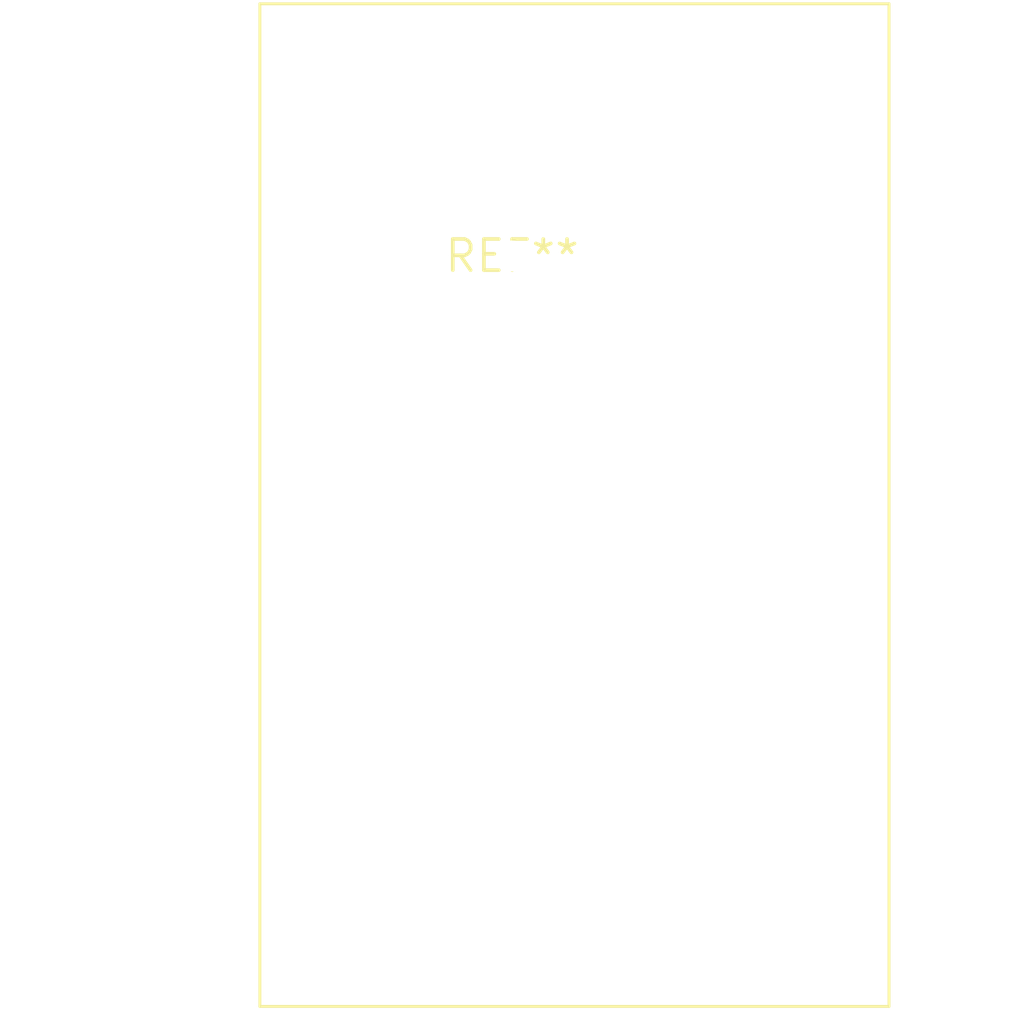
<source format=kicad_pcb>
(kicad_pcb (version 20240108) (generator pcbnew)
  (layers (0 "F.Cu" signal) (31 "B.Cu" signal) (34 "B.Paste" user) (35 "F.Paste" user) (36 "B.SilkS" user "B.Silkscreen") (37 "F.SilkS" user "F.Silkscreen") (38 "B.Mask" user) (39 "F.Mask" user) (44 "Edge.Cuts" user))
  (net 0 "")
  (footprint "Converter_DCDC_XP_POWER_JTDxxxxxxx_THT" (layer "F.Cu") (at 0 0)
    (property "Reference" "REF**")
    (property "Value" "Converter_DCDC_XP_POWER_JTDxxxxxxx_THT")
    (fp_line (start -10.28 -10.28) (end -10.28 30.6) (layer "F.SilkS") (stroke (width 0.12)))
    (fp_line (start -10.28 30.6) (end 15.36 30.6) (layer "F.SilkS") (stroke (width 0.12)))
    (fp_line (start 15.36 -10.28) (end -10.28 -10.28) (layer "F.SilkS") (stroke (width 0.12)))
    (fp_line (start 15.36 30.6) (end 15.36 -10.28) (layer "F.SilkS") (stroke (width 0.12)))
    (pad "1" thru_hole roundrect (at 0 0) (size 2.5 2.5) (drill 1.25) (layers *.Cu *.Mask) (remove_unused_layers))
    (pad "2" thru_hole circle (at 5.08 0) (size 2.5 2.5) (drill 1.25) (layers *.Cu *.Mask) (remove_unused_layers))
    (pad "3" thru_hole circle (at -7.62 20.32) (size 2.5 2.5) (drill 1.25) (layers *.Cu *.Mask) (remove_unused_layers))
    (pad "4" thru_hole circle (at 2.54 20.32) (size 2.5 2.5) (drill 1.25) (layers *.Cu *.Mask) (remove_unused_layers))
    (pad "5" thru_hole circle (at 12.7 20.32) (size 2.5 2.5) (drill 1.25) (layers *.Cu *.Mask) (remove_unused_layers))
    (pad "6" thru_hole circle (at 12.7 0) (size 2.5 2.5) (drill 1.25) (layers *.Cu *.Mask) (remove_unused_layers))
  )
)
</source>
